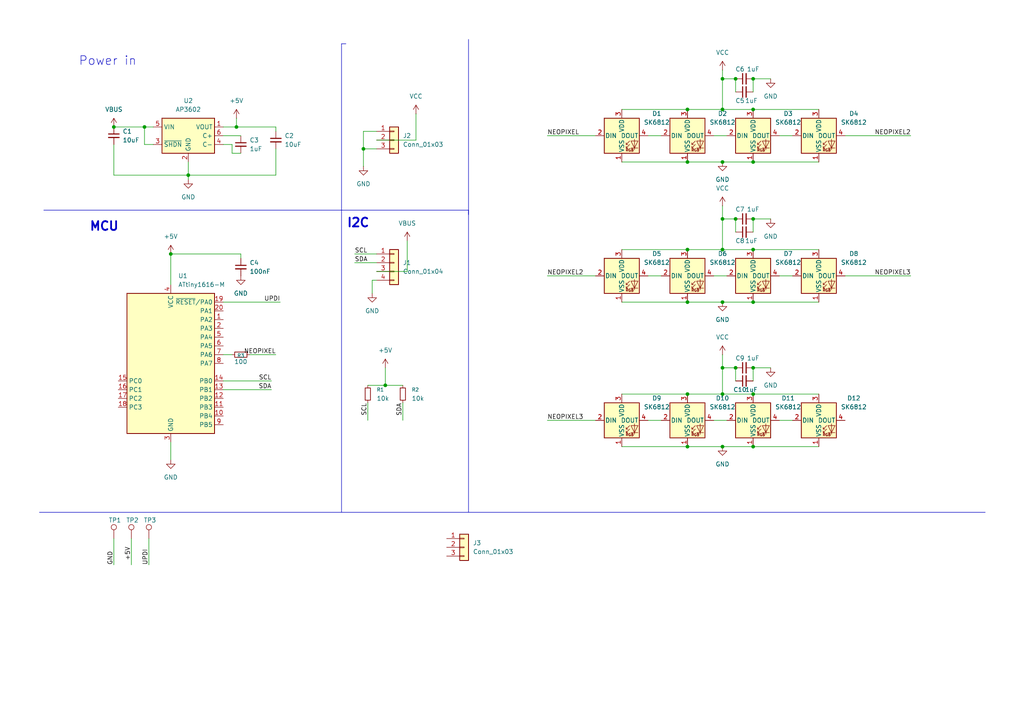
<source format=kicad_sch>
(kicad_sch (version 20250114) (generator "eeschema") (generator_version "9.0")
  (paper "A4")
  (lib_symbols
    (symbol "Connector:TestPoint" (pin_numbers (hide yes)) (pin_names (offset 0.762) (hide yes))
      (property "Reference" "TP" (at 0 6.858 0))
      (property "Value" "TestPoint" (at 0 5.08 0))
      (symbol "TestPoint_0_1"
        (circle (center 0 3.302) (radius 0.762))
      )
      (symbol "TestPoint_1_1"
        (pin passive line (at 0 0 90) (length 2.54) (name "1") (number "1"))
      )
    )
    (symbol "Connector_Generic:Conn_01x03" (pin_names (offset 1.016) (hide yes))
      (property "Reference" "J" (at 0 5.08 0))
      (property "Value" "Conn_01x03" (at 0 -5.08 0))
      (symbol "Conn_01x03_1_1"
        (rectangle (start -1.27 3.81) (end 1.27 -3.81) (stroke (width 0.254)) (fill (type background)))
        (rectangle (start -1.27 2.667) (end 0 2.413) (stroke (width 0.1524)))
        (rectangle (start -1.27 0.127) (end 0 -0.127) (stroke (width 0.1524)))
        (rectangle (start -1.27 -2.413) (end 0 -2.667) (stroke (width 0.1524)))
        (pin passive line (at -5.08 2.54 0) (length 3.81) (name "Pin_1") (number "1"))
        (pin passive line (at -5.08 0 0) (length 3.81) (name "Pin_2") (number "2"))
        (pin passive line (at -5.08 -2.54 0) (length 3.81) (name "Pin_3") (number "3"))
      )
    )
    (symbol "Connector_Generic:Conn_01x04" (pin_names (offset 1.016) (hide yes))
      (property "Reference" "J" (at 0 5.08 0))
      (property "Value" "Conn_01x04" (at 0 -7.62 0))
      (symbol "Conn_01x04_1_1"
        (rectangle (start -1.27 3.81) (end 1.27 -6.35) (stroke (width 0.254)) (fill (type background)))
        (rectangle (start -1.27 2.667) (end 0 2.413) (stroke (width 0.1524)))
        (rectangle (start -1.27 0.127) (end 0 -0.127) (stroke (width 0.1524)))
        (rectangle (start -1.27 -2.413) (end 0 -2.667) (stroke (width 0.1524)))
        (rectangle (start -1.27 -4.953) (end 0 -5.207) (stroke (width 0.1524)))
        (pin passive line (at -5.08 2.54 0) (length 3.81) (name "Pin_1") (number "1"))
        (pin passive line (at -5.08 0 0) (length 3.81) (name "Pin_2") (number "2"))
        (pin passive line (at -5.08 -2.54 0) (length 3.81) (name "Pin_3") (number "3"))
        (pin passive line (at -5.08 -5.08 0) (length 3.81) (name "Pin_4") (number "4"))
      )
    )
    (symbol "Device:C_Small" (pin_numbers (hide yes)) (pin_names (offset 0.254) (hide yes))
      (property "Reference" "C" (at 0.254 1.778 0))
      (property "Value" "C_Small" (at 0.254 -2.032 0))
      (symbol "C_Small_0_1"
        (polyline (pts (xy -1.524 0.508) (xy 1.524 0.508)) (stroke (width 0.3048)))
        (polyline (pts (xy -1.524 -0.508) (xy 1.524 -0.508)) (stroke (width 0.3302)))
      )
      (symbol "C_Small_1_1"
        (pin passive line (at 0 2.54 270) (length 2.032) (name "~") (number "1"))
        (pin passive line (at 0 -2.54 90) (length 2.032) (name "~") (number "2"))
      )
    )
    (symbol "Device:R_Small" (pin_numbers (hide yes)) (pin_names (offset 0.254) (hide yes))
      (property "Reference" "R" (at 0 0 90))
      (property "Value" "R_Small" (at 1.778 0 90))
      (symbol "R_Small_0_1"
        (rectangle (start -0.762 1.778) (end 0.762 -1.778) (stroke (width 0.2032)))
      )
      (symbol "R_Small_1_1"
        (pin passive line (at 0 2.54 270) (length 0.762) (name "~") (number "1"))
        (pin passive line (at 0 -2.54 90) (length 0.762) (name "~") (number "2"))
      )
    )
    (symbol "LED:SK6812" (pin_names (offset 0.254))
      (property "Reference" "D" (at 5.08 5.715 0))
      (property "Value" "SK6812" (at 1.27 -5.715 0))
      (symbol "SK6812_0_0"
        (text "RGB" (at 2.286 -4.191 0) (effects (font (size 0.762 0.762))))
      )
      (symbol "SK6812_0_1"
        (polyline (pts (xy 1.27 -2.54) (xy 1.778 -2.54)))
        (polyline (pts (xy 1.27 -3.556) (xy 1.778 -3.556)))
        (polyline (pts (xy 2.286 -1.524) (xy 1.27 -2.54) (xy 1.27 -2.032)))
        (polyline (pts (xy 2.286 -2.54) (xy 1.27 -3.556) (xy 1.27 -3.048)))
        (polyline (pts (xy 3.683 -1.016) (xy 3.683 -3.556) (xy 3.683 -4.064)))
        (polyline (pts (xy 4.699 -1.524) (xy 2.667 -1.524) (xy 3.683 -3.556) (xy 4.699 -1.524)))
        (polyline (pts (xy 4.699 -3.556) (xy 2.667 -3.556)))
        (rectangle (start 5.08 5.08) (end -5.08 -5.08) (stroke (width 0.254)) (fill (type background)))
      )
      (symbol "SK6812_1_1"
        (pin input line (at -7.62 0 0) (length 2.54) (name "DIN") (number "2"))
        (pin power_in line (at 0 7.62 270) (length 2.54) (name "VDD") (number "3"))
        (pin power_in line (at 0 -7.62 90) (length 2.54) (name "VSS") (number "1"))
        (pin output line (at 7.62 0 180) (length 2.54) (name "DOUT") (number "4"))
      )
    )
    (symbol "MCU_Microchip_ATtiny:ATtiny1616-M"
      (property "Reference" "U" (at -12.7 21.59 0))
      (property "Value" "ATtiny1616-M" (at 2.54 -21.59 0))
      (symbol "ATtiny1616-M_0_1"
        (rectangle (start -12.7 -20.32) (end 12.7 20.32) (stroke (width 0.254)) (fill (type background)))
      )
      (symbol "ATtiny1616-M_1_1"
        (pin bidirectional line (at -15.24 -5.08 0) (length 2.54) (name "PC0") (number "15"))
        (pin bidirectional line (at -15.24 -7.62 0) (length 2.54) (name "PC1") (number "16"))
        (pin bidirectional line (at -15.24 -10.16 0) (length 2.54) (name "PC2") (number "17"))
        (pin bidirectional line (at -15.24 -12.7 0) (length 2.54) (name "PC3") (number "18"))
        (pin power_in line (at 0 22.86 270) (length 2.54) (name "VCC") (number "4"))
        (pin passive line (at 0 -22.86 90) (length 2.54) (hide yes) (name "GND") (number "21"))
        (pin power_in line (at 0 -22.86 90) (length 2.54) (name "GND") (number "3"))
        (pin bidirectional line (at 15.24 17.78 180) (length 2.54) (name "~{RESET}/PA0") (number "19"))
        (pin bidirectional line (at 15.24 15.24 180) (length 2.54) (name "PA1") (number "20"))
        (pin bidirectional line (at 15.24 12.7 180) (length 2.54) (name "PA2") (number "1"))
        (pin bidirectional line (at 15.24 10.16 180) (length 2.54) (name "PA3") (number "2"))
        (pin bidirectional line (at 15.24 7.62 180) (length 2.54) (name "PA4") (number "5"))
        (pin bidirectional line (at 15.24 5.08 180) (length 2.54) (name "PA5") (number "6"))
        (pin bidirectional line (at 15.24 2.54 180) (length 2.54) (name "PA6") (number "7"))
        (pin bidirectional line (at 15.24 0 180) (length 2.54) (name "PA7") (number "8"))
        (pin bidirectional line (at 15.24 -5.08 180) (length 2.54) (name "PB0") (number "14"))
        (pin bidirectional line (at 15.24 -7.62 180) (length 2.54) (name "PB1") (number "13"))
        (pin bidirectional line (at 15.24 -10.16 180) (length 2.54) (name "PB2") (number "12"))
        (pin bidirectional line (at 15.24 -12.7 180) (length 2.54) (name "PB3") (number "11"))
        (pin bidirectional line (at 15.24 -15.24 180) (length 2.54) (name "PB4") (number "10"))
        (pin bidirectional line (at 15.24 -17.78 180) (length 2.54) (name "PB5") (number "9"))
      )
    )
    (symbol "Shurik personal:AP3602"
      (property "Reference" "U" (at -7.62 6.35 0))
      (property "Value" "AP3602" (at 5.08 6.35 0))
      (symbol "AP3602_0_1"
        (rectangle (start -7.62 5.08) (end 7.62 -5.08) (stroke (width 0.254)) (fill (type background)))
      )
      (symbol "AP3602_1_1"
        (pin power_in line (at -10.16 2.54 0) (length 2.54) (name "VIN") (number "5"))
        (pin input line (at -10.16 -2.54 0) (length 2.54) (name "~{SHDN}") (number "3"))
        (pin power_in line (at 0 -7.62 90) (length 2.54) (name "GND") (number "2"))
        (pin power_out line (at 10.16 2.54 180) (length 2.54) (name "VOUT") (number "1"))
        (pin input line (at 10.16 0 180) (length 2.54) (name "C+") (number "6"))
        (pin input line (at 10.16 -2.54 180) (length 2.54) (name "C-") (number "4"))
      )
    )
    (symbol "power:+5V" (power) (pin_numbers (hide yes)) (pin_names (offset 0) (hide yes))
      (property "Value" "+5V" (at 0 3.556 0))
      (symbol "+5V_0_1"
        (polyline (pts (xy -0.762 1.27) (xy 0 2.54)))
        (polyline (pts (xy 0 2.54) (xy 0.762 1.27)))
        (polyline (pts (xy 0 0) (xy 0 2.54)))
      )
      (symbol "+5V_1_1"
        (pin power_in line (at 0 0 90) (length 0) (name "~") (number "1"))
      )
    )
    (symbol "power:GND" (power) (pin_numbers (hide yes)) (pin_names (offset 0) (hide yes))
      (property "Value" "GND" (at 0 -3.81 0))
      (symbol "GND_0_1"
        (polyline (pts (xy 0 0) (xy 0 -1.27) (xy 1.27 -1.27) (xy 0 -2.54) (xy -1.27 -1.27) (xy 0 -1.27)))
      )
      (symbol "GND_1_1"
        (pin power_in line (at 0 0 270) (length 0) (name "~") (number "1"))
      )
    )
    (symbol "power:VBUS" (power) (pin_numbers (hide yes)) (pin_names (offset 0) (hide yes))
      (property "Value" "VBUS" (at 0 3.556 0))
      (symbol "VBUS_0_1"
        (polyline (pts (xy -0.762 1.27) (xy 0 2.54)))
        (polyline (pts (xy 0 2.54) (xy 0.762 1.27)))
        (polyline (pts (xy 0 0) (xy 0 2.54)))
      )
      (symbol "VBUS_1_1"
        (pin power_in line (at 0 0 90) (length 0) (name "~") (number "1"))
      )
    )
    (symbol "power:VCC" (power) (pin_numbers (hide yes)) (pin_names (offset 0) (hide yes))
      (property "Value" "VCC" (at 0 3.556 0))
      (symbol "VCC_0_1"
        (polyline (pts (xy -0.762 1.27) (xy 0 2.54)))
        (polyline (pts (xy 0 2.54) (xy 0.762 1.27)))
        (polyline (pts (xy 0 0) (xy 0 2.54)))
      )
      (symbol "VCC_1_1"
        (pin power_in line (at 0 0 90) (length 0) (name "~") (number "1"))
      )
    )
  )
  (text "I2C" (at 103.886 64.77 0) (effects (font (size 2.54 2.54) (thickness 0.508) (bold yes))))
  (text "MCU" (at 30.226 65.786 0) (effects (font (size 2.54 2.54) (thickness 0.508) (bold yes))))
  (text "Power in" (at 31.242 17.78 0) (effects (font (size 2.54 2.54))))
  (junction (at 199.39 87.63))
  (junction (at 209.55 46.99))
  (junction (at 218.44 46.99))
  (junction (at 68.58 36.83))
  (junction (at 111.76 111.76))
  (junction (at 218.44 22.86))
  (junction (at 218.44 129.54))
  (junction (at 209.55 31.75))
  (junction (at 199.39 31.75))
  (junction (at 218.44 72.39))
  (junction (at 209.55 129.54))
  (junction (at 213.36 106.68))
  (junction (at 209.55 72.39))
  (junction (at 218.44 31.75))
  (junction (at 218.44 63.5))
  (junction (at 199.39 72.39))
  (junction (at 209.55 87.63))
  (junction (at 213.36 63.5))
  (junction (at 209.55 63.5))
  (junction (at 218.44 106.68))
  (junction (at 41.91 36.83))
  (junction (at 213.36 22.86))
  (junction (at 33.02 36.83))
  (junction (at 218.44 87.63))
  (junction (at 209.55 22.86))
  (junction (at 218.44 114.3))
  (junction (at 209.55 106.68))
  (junction (at 199.39 114.3))
  (junction (at 54.61 50.8))
  (junction (at 105.41 43.18))
  (junction (at 209.55 114.3))
  (junction (at 199.39 46.99))
  (junction (at 199.39 129.54))
  (junction (at 49.53 73.66))
  (polyline (pts (xy 11.43 148.59) (xy 99.06 148.59)))
  (wire (pts (xy 109.22 78.74) (xy 118.11 78.74)))
  (wire (pts (xy 105.41 38.1) (xy 105.41 43.18)))
  (wire (pts (xy 38.1 156.21) (xy 38.1 163.83)))
  (wire (pts (xy 64.77 110.49) (xy 78.74 110.49)))
  (wire (pts (xy 209.55 31.75) (xy 218.44 31.75)))
  (wire (pts (xy 180.34 46.99) (xy 199.39 46.99)))
  (wire (pts (xy 67.31 44.45) (xy 69.85 44.45)))
  (wire (pts (xy 218.44 106.68) (xy 223.52 106.68)))
  (wire (pts (xy 207.01 39.37) (xy 210.82 39.37)))
  (wire (pts (xy 218.44 31.75) (xy 237.49 31.75)))
  (wire (pts (xy 180.34 114.3) (xy 199.39 114.3)))
  (wire (pts (xy 207.01 121.92) (xy 210.82 121.92)))
  (wire (pts (xy 44.45 41.91) (xy 41.91 41.91)))
  (wire (pts (xy 187.96 80.01) (xy 191.77 80.01)))
  (wire (pts (xy 64.77 36.83) (xy 68.58 36.83)))
  (wire (pts (xy 68.58 34.29) (xy 68.58 36.83)))
  (wire (pts (xy 209.55 87.63) (xy 218.44 87.63)))
  (wire (pts (xy 33.02 41.91) (xy 33.02 50.8)))
  (wire (pts (xy 218.44 87.63) (xy 237.49 87.63)))
  (polyline (pts (xy 135.89 148.59) (xy 99.06 148.59)))
  (wire (pts (xy 218.44 114.3) (xy 237.49 114.3)))
  (wire (pts (xy 49.53 128.27) (xy 49.53 133.35)))
  (wire (pts (xy 43.18 156.21) (xy 43.18 163.83)))
  (wire (pts (xy 111.76 106.68) (xy 111.76 111.76)))
  (wire (pts (xy 116.84 116.84) (xy 116.84 121.92)))
  (wire (pts (xy 209.55 102.87) (xy 209.55 106.68)))
  (wire (pts (xy 180.34 129.54) (xy 199.39 129.54)))
  (wire (pts (xy 41.91 36.83) (xy 44.45 36.83)))
  (wire (pts (xy 218.44 22.86) (xy 218.44 26.67)))
  (wire (pts (xy 218.44 22.86) (xy 223.52 22.86)))
  (wire (pts (xy 102.87 76.2) (xy 109.22 76.2)))
  (wire (pts (xy 54.61 46.99) (xy 54.61 50.8)))
  (wire (pts (xy 209.55 20.32) (xy 209.55 22.86)))
  (wire (pts (xy 105.41 43.18) (xy 105.41 48.26)))
  (wire (pts (xy 209.55 22.86) (xy 209.55 31.75)))
  (wire (pts (xy 107.95 81.28) (xy 107.95 85.09)))
  (wire (pts (xy 109.22 81.28) (xy 107.95 81.28)))
  (wire (pts (xy 209.55 129.54) (xy 218.44 129.54)))
  (wire (pts (xy 64.77 113.03) (xy 78.74 113.03)))
  (wire (pts (xy 199.39 129.54) (xy 209.55 129.54)))
  (wire (pts (xy 199.39 114.3) (xy 209.55 114.3)))
  (wire (pts (xy 207.01 80.01) (xy 210.82 80.01)))
  (wire (pts (xy 187.96 121.92) (xy 191.77 121.92)))
  (wire (pts (xy 105.41 43.18) (xy 109.22 43.18)))
  (wire (pts (xy 213.36 106.68) (xy 213.36 110.49)))
  (wire (pts (xy 226.06 39.37) (xy 229.87 39.37)))
  (wire (pts (xy 158.75 121.92) (xy 172.72 121.92)))
  (wire (pts (xy 218.44 72.39) (xy 237.49 72.39)))
  (polyline (pts (xy 135.89 148.59) (xy 285.75 148.59)))
  (wire (pts (xy 68.58 36.83) (xy 80.01 36.83)))
  (wire (pts (xy 209.55 46.99) (xy 218.44 46.99)))
  (wire (pts (xy 72.39 102.87) (xy 80.01 102.87)))
  (wire (pts (xy 106.68 116.84) (xy 106.68 121.92)))
  (wire (pts (xy 213.36 22.86) (xy 213.36 26.67)))
  (wire (pts (xy 209.55 63.5) (xy 209.55 72.39)))
  (wire (pts (xy 111.76 111.76) (xy 116.84 111.76)))
  (wire (pts (xy 33.02 156.21) (xy 33.02 163.83)))
  (wire (pts (xy 109.22 40.64) (xy 120.65 40.64)))
  (wire (pts (xy 226.06 121.92) (xy 229.87 121.92)))
  (wire (pts (xy 49.53 73.66) (xy 49.53 82.55)))
  (wire (pts (xy 218.44 63.5) (xy 223.52 63.5)))
  (wire (pts (xy 218.44 129.54) (xy 237.49 129.54)))
  (wire (pts (xy 67.31 41.91) (xy 67.31 44.45)))
  (wire (pts (xy 187.96 39.37) (xy 191.77 39.37)))
  (wire (pts (xy 209.55 59.69) (xy 209.55 63.5)))
  (wire (pts (xy 64.77 41.91) (xy 67.31 41.91)))
  (wire (pts (xy 209.55 106.68) (xy 213.36 106.68)))
  (wire (pts (xy 80.01 50.8) (xy 54.61 50.8)))
  (wire (pts (xy 54.61 50.8) (xy 54.61 52.07)))
  (wire (pts (xy 49.53 73.66) (xy 69.85 73.66)))
  (wire (pts (xy 218.44 46.99) (xy 237.49 46.99)))
  (wire (pts (xy 209.55 22.86) (xy 213.36 22.86)))
  (wire (pts (xy 209.55 72.39) (xy 218.44 72.39)))
  (wire (pts (xy 69.85 73.66) (xy 69.85 74.93)))
  (wire (pts (xy 180.34 87.63) (xy 199.39 87.63)))
  (wire (pts (xy 106.68 111.76) (xy 111.76 111.76)))
  (wire (pts (xy 118.11 69.85) (xy 118.11 78.74)))
  (wire (pts (xy 180.34 72.39) (xy 199.39 72.39)))
  (wire (pts (xy 218.44 63.5) (xy 218.44 67.31)))
  (wire (pts (xy 64.77 87.63) (xy 81.28 87.63)))
  (wire (pts (xy 120.65 33.02) (xy 120.65 40.64)))
  (polyline (pts (xy 99.06 60.96) (xy 135.89 60.96)))
  (polyline (pts (xy 135.89 11.43) (xy 135.89 148.59)))
  (polyline (pts (xy 12.7 60.96) (xy 99.06 60.96)))
  (wire (pts (xy 80.01 43.18) (xy 80.01 50.8)))
  (wire (pts (xy 245.11 39.37) (xy 264.16 39.37)))
  (wire (pts (xy 199.39 72.39) (xy 209.55 72.39)))
  (wire (pts (xy 33.02 36.83) (xy 41.91 36.83)))
  (wire (pts (xy 213.36 63.5) (xy 213.36 67.31)))
  (wire (pts (xy 218.44 106.68) (xy 218.44 110.49)))
  (polyline (pts (xy 99.06 12.7) (xy 100.33 12.7)))
  (wire (pts (xy 33.02 50.8) (xy 54.61 50.8)))
  (wire (pts (xy 209.55 114.3) (xy 218.44 114.3)))
  (polyline (pts (xy 99.06 60.96) (xy 99.06 12.7)))
  (wire (pts (xy 158.75 39.37) (xy 172.72 39.37)))
  (wire (pts (xy 64.77 39.37) (xy 69.85 39.37)))
  (wire (pts (xy 245.11 80.01) (xy 264.16 80.01)))
  (wire (pts (xy 102.87 73.66) (xy 109.22 73.66)))
  (wire (pts (xy 209.55 63.5) (xy 213.36 63.5)))
  (wire (pts (xy 41.91 41.91) (xy 41.91 36.83)))
  (wire (pts (xy 180.34 31.75) (xy 199.39 31.75)))
  (wire (pts (xy 199.39 46.99) (xy 209.55 46.99)))
  (wire (pts (xy 199.39 87.63) (xy 209.55 87.63)))
  (wire (pts (xy 226.06 80.01) (xy 229.87 80.01)))
  (polyline (pts (xy 99.06 60.96) (xy 99.06 148.59)))
  (wire (pts (xy 105.41 38.1) (xy 109.22 38.1)))
  (wire (pts (xy 209.55 106.68) (xy 209.55 114.3)))
  (wire (pts (xy 64.77 102.87) (xy 67.31 102.87)))
  (wire (pts (xy 158.75 80.01) (xy 172.72 80.01)))
  (wire (pts (xy 80.01 36.83) (xy 80.01 38.1)))
  (polyline (pts (xy 135.89 60.96) (xy 135.89 62.23)))
  (wire (pts (xy 199.39 31.75) (xy 209.55 31.75)))
  (label "SDA" (at 102.87 76.2 0))
  (label "NEOPIXEL3" (at 158.75 121.92 0))
  (label "SCL" (at 78.74 110.49 180))
  (label "GND" (at 33.02 163.83 90))
  (label "SCL" (at 102.87 73.66 0))
  (label "SDA" (at 116.84 116.84 270))
  (label "NEOPIXEL2" (at 158.75 80.01 0))
  (label "NEOPIXEL3" (at 264.16 80.01 180))
  (label "UPDI" (at 43.18 163.83 90))
  (label "NEOPIXEL" (at 80.01 102.87 180))
  (label "+5V" (at 38.1 162.56 90))
  (label "SDA" (at 78.74 113.03 180))
  (label "NEOPIXEL" (at 158.75 39.37 0))
  (label "UPDI" (at 81.28 87.63 180))
  (label "NEOPIXEL2" (at 264.16 39.37 180))
  (label "SCL" (at 106.68 116.84 270))
  (symbol (lib_id "Connector_Generic:Conn_01x03") (at 134.62 158.75 0) (unit 1)
    (property "Reference" "J3" (at 137.16 157.4799 0) (effects (justify left)))
    (property "Value" "Conn_01x03" (at 137.16 160.0199 0) (effects (justify left)))
    (property "Description" "Generic connector, single row, 01x03, script generated (kicad-library-utils/schlib/autogen/connector/)" (effects (hide yes)))
  )
  (symbol (lib_id "Device:R_Small") (at 116.84 114.3 0) (unit 1)
    (property "Reference" "R2" (at 119.38 113.0299 0) (effects (font (size 1.016 1.016)) (justify left)))
    (property "Value" "10k" (at 119.38 115.5699 0) (effects (justify left)))
    (property "Footprint" "Resistor_SMD:R_0603_1608Metric" (effects (hide yes)))
    (property "Description" "Resistor, small symbol" (effects (hide yes)))
  )
  (symbol (lib_id "Connector:TestPoint") (at 38.1 156.21 0) (unit 1)
    (property "Reference" "TP2" (at 36.576 150.876 0) (effects (justify left)))
    (property "Value" "TestPoint" (effects (hide yes)))
    (property "Footprint" "TestPoint:TestPoint_THTPad_D1.5mm_Drill0.7mm" (effects (hide yes)))
    (property "Description" "test point" (effects (hide yes)))
  )
  (symbol (lib_id "power:GND") (at 54.61 52.07 0) (unit 1)
    (property "Reference" "#PWR010" (effects (hide yes)))
    (property "Value" "GND" (at 54.61 57.15 0))
    (property "Description" "Power symbol creates a global label with name \"GND\" , ground" (effects (hide yes)))
  )
  (symbol (lib_id "LED:SK6812") (at 237.49 80.01 0) (unit 1)
    (property "Reference" "D8" (at 247.65 73.5898 0))
    (property "Value" "SK6812" (at 247.65 76.1298 0))
    (property "Footprint" "LED_SMD:LED_SK6812_PLCC4_5.0x5.0mm_P3.2mm" (effects (hide yes)))
    (property "Datasheet" "https://cdn-shop.adafruit.com/product-files/1138/SK6812+LED+datasheet+.pdf" (effects (hide yes)))
    (property "Description" "RGB LED with integrated controller" (effects (hide yes)))
  )
  (symbol (lib_id "Device:C_Small") (at 215.9 67.31 90) (unit 1)
    (property "Reference" "C8" (at 214.63 69.85 90))
    (property "Value" "1uF" (at 217.932 69.85 90))
    (property "Footprint" "Capacitor_SMD:C_0603_1608Metric" (effects (hide yes)))
    (property "Description" "Unpolarized capacitor, small symbol" (effects (hide yes)))
  )
  (symbol (lib_id "Device:C_Small") (at 215.9 26.67 90) (unit 1)
    (property "Reference" "C5" (at 214.63 29.21 90))
    (property "Value" "1uF" (at 217.932 29.21 90))
    (property "Footprint" "Capacitor_SMD:C_0603_1608Metric" (effects (hide yes)))
    (property "Description" "Unpolarized capacitor, small symbol" (effects (hide yes)))
  )
  (symbol (lib_id "Connector:TestPoint") (at 43.18 156.21 0) (unit 1)
    (property "Reference" "TP3" (at 41.656 150.876 0) (effects (justify left)))
    (property "Value" "TestPoint" (effects (hide yes)))
    (property "Footprint" "TestPoint:TestPoint_THTPad_D1.5mm_Drill0.7mm" (effects (hide yes)))
    (property "Description" "test point" (effects (hide yes)))
  )
  (symbol (lib_id "MCU_Microchip_ATtiny:ATtiny1616-M") (at 49.53 105.41 0) (unit 1)
    (property "Reference" "U1" (at 51.6733 80.01 0) (effects (justify left)))
    (property "Value" "ATtiny1616-M" (at 51.6733 82.55 0) (effects (justify left)))
    (property "Footprint" "Package_DFN_QFN:VQFN-20-1EP_3x3mm_P0.4mm_EP1.7x1.7mm" (effects (hide yes)))
    (property "Datasheet" "http://ww1.microchip.com/downloads/en/DeviceDoc/ATtiny3216_ATtiny1616-data-sheet-40001997B.pdf" (effects (hide yes)))
    (property "Description" "20MHz, 16kB Flash, 2kB SRAM, 256B EEPROM, VQFN-20" (effects (hide yes)))
  )
  (symbol (lib_id "LED:SK6812") (at 218.44 39.37 0) (unit 1)
    (property "Reference" "D3" (at 228.6 32.9498 0))
    (property "Value" "SK6812" (at 228.6 35.4898 0))
    (property "Footprint" "LED_SMD:LED_SK6812_PLCC4_5.0x5.0mm_P3.2mm" (effects (hide yes)))
    (property "Datasheet" "https://cdn-shop.adafruit.com/product-files/1138/SK6812+LED+datasheet+.pdf" (effects (hide yes)))
    (property "Description" "RGB LED with integrated controller" (effects (hide yes)))
  )
  (symbol (lib_id "power:VCC") (at 209.55 59.69 0) (unit 1)
    (property "Reference" "#PWR014" (effects (hide yes)))
    (property "Value" "VCC" (at 209.55 54.61 0))
    (property "Description" "Power symbol creates a global label with name \"VCC\"" (effects (hide yes)))
  )
  (symbol (lib_id "LED:SK6812") (at 218.44 80.01 0) (unit 1)
    (property "Reference" "D7" (at 228.6 73.5898 0))
    (property "Value" "SK6812" (at 228.6 76.1298 0))
    (property "Footprint" "LED_SMD:LED_SK6812_PLCC4_5.0x5.0mm_P3.2mm" (effects (hide yes)))
    (property "Datasheet" "https://cdn-shop.adafruit.com/product-files/1138/SK6812+LED+datasheet+.pdf" (effects (hide yes)))
    (property "Description" "RGB LED with integrated controller" (effects (hide yes)))
  )
  (symbol (lib_id "Connector:TestPoint") (at 33.02 156.21 0) (unit 1)
    (property "Reference" "TP1" (at 31.496 150.876 0) (effects (justify left)))
    (property "Value" "TestPoint" (effects (hide yes)))
    (property "Footprint" "TestPoint:TestPoint_THTPad_D1.5mm_Drill0.7mm" (effects (hide yes)))
    (property "Description" "test point" (effects (hide yes)))
  )
  (symbol (lib_id "power:GND") (at 49.53 133.35 0) (unit 1)
    (property "Reference" "#PWR02" (effects (hide yes)))
    (property "Value" "GND" (at 49.53 138.43 0))
    (property "Description" "Power symbol creates a global label with name \"GND\" , ground" (effects (hide yes)))
  )
  (symbol (lib_id "Device:R_Small") (at 69.85 102.87 90) (unit 1)
    (property "Reference" "R3" (at 69.85 103.124 90) (effects (font (size 1.016 1.016))))
    (property "Value" "100" (at 69.85 104.902 90))
    (property "Footprint" "Resistor_SMD:R_0603_1608Metric" (effects (hide yes)))
    (property "Description" "Resistor, small symbol" (effects (hide yes)))
  )
  (symbol (lib_id "power:GND") (at 223.52 22.86 0) (unit 1)
    (property "Reference" "#PWR018" (effects (hide yes)))
    (property "Value" "GND" (at 223.52 27.94 0))
    (property "Description" "Power symbol creates a global label with name \"GND\" , ground" (effects (hide yes)))
  )
  (symbol (lib_id "power:GND") (at 209.55 87.63 0) (unit 1)
    (property "Reference" "#PWR015" (effects (hide yes)))
    (property "Value" "GND" (at 209.55 92.71 0))
    (property "Description" "Power symbol creates a global label with name \"GND\" , ground" (effects (hide yes)))
  )
  (symbol (lib_id "LED:SK6812") (at 180.34 39.37 0) (unit 1)
    (property "Reference" "D1" (at 190.5 32.9498 0))
    (property "Value" "SK6812" (at 190.5 35.4898 0))
    (property "Footprint" "LED_SMD:LED_SK6812_PLCC4_5.0x5.0mm_P3.2mm" (effects (hide yes)))
    (property "Datasheet" "https://cdn-shop.adafruit.com/product-files/1138/SK6812+LED+datasheet+.pdf" (effects (hide yes)))
    (property "Description" "RGB LED with integrated controller" (effects (hide yes)))
  )
  (symbol (lib_id "power:VCC") (at 209.55 102.87 0) (unit 1)
    (property "Reference" "#PWR016" (effects (hide yes)))
    (property "Value" "VCC" (at 209.55 97.79 0))
    (property "Description" "Power symbol creates a global label with name \"VCC\"" (effects (hide yes)))
  )
  (symbol (lib_id "power:GND") (at 107.95 85.09 0) (unit 1)
    (property "Reference" "#PWR07" (effects (hide yes)))
    (property "Value" "GND" (at 107.95 90.17 0))
    (property "Description" "Power symbol creates a global label with name \"GND\" , ground" (effects (hide yes)))
  )
  (symbol (lib_id "LED:SK6812") (at 180.34 80.01 0) (unit 1)
    (property "Reference" "D5" (at 190.5 73.5898 0))
    (property "Value" "SK6812" (at 190.5 76.1298 0))
    (property "Footprint" "LED_SMD:LED_SK6812_PLCC4_5.0x5.0mm_P3.2mm" (effects (hide yes)))
    (property "Datasheet" "https://cdn-shop.adafruit.com/product-files/1138/SK6812+LED+datasheet+.pdf" (effects (hide yes)))
    (property "Description" "RGB LED with integrated controller" (effects (hide yes)))
  )
  (symbol (lib_id "power:VBUS") (at 118.11 69.85 0) (unit 1)
    (property "Reference" "#PWR03" (effects (hide yes)))
    (property "Value" "VBUS" (at 118.11 64.77 0))
    (property "Description" "Power symbol creates a global label with name \"VBUS\"" (effects (hide yes)))
  )
  (symbol (lib_id "LED:SK6812") (at 199.39 121.92 0) (unit 1)
    (property "Reference" "D10" (at 209.55 115.4998 0))
    (property "Value" "SK6812" (at 209.55 118.0398 0))
    (property "Footprint" "LED_SMD:LED_SK6812_PLCC4_5.0x5.0mm_P3.2mm" (effects (hide yes)))
    (property "Datasheet" "https://cdn-shop.adafruit.com/product-files/1138/SK6812+LED+datasheet+.pdf" (effects (hide yes)))
    (property "Description" "RGB LED with integrated controller" (effects (hide yes)))
  )
  (symbol (lib_id "Connector_Generic:Conn_01x04") (at 114.3 76.2 0) (unit 1)
    (property "Reference" "J1" (at 116.84 76.1999 0) (effects (justify left)))
    (property "Value" "Conn_01x04" (at 116.84 78.7399 0) (effects (justify left)))
    (property "Footprint" "Connector_JST:JST_PH_S4B-PH-SM4-TB_1x04-1MP_P2.00mm_Horizontal" (effects (hide yes)))
    (property "Description" "Generic connector, single row, 01x04, script generated (kicad-library-utils/schlib/autogen/connector/)" (effects (hide yes)))
  )
  (symbol (lib_id "power:VCC") (at 120.65 33.02 0) (unit 1)
    (property "Reference" "#PWR011" (effects (hide yes)))
    (property "Value" "VCC" (at 120.65 27.94 0))
    (property "Description" "Power symbol creates a global label with name \"VCC\"" (effects (hide yes)))
  )
  (symbol (lib_id "power:+5V") (at 49.53 73.66 0) (unit 1)
    (property "Reference" "#PWR01" (effects (hide yes)))
    (property "Value" "+5V" (at 49.53 68.58 0))
    (property "Description" "Power symbol creates a global label with name \"+5V\"" (effects (hide yes)))
  )
  (symbol (lib_id "Device:C_Small") (at 215.9 63.5 90) (unit 1)
    (property "Reference" "C7" (at 214.63 60.706 90))
    (property "Value" "1uF" (at 218.44 60.706 90))
    (property "Footprint" "Capacitor_SMD:C_0603_1608Metric" (effects (hide yes)))
    (property "Description" "Unpolarized capacitor, small symbol" (effects (hide yes)))
  )
  (symbol (lib_id "power:GND") (at 105.41 48.26 0) (unit 1)
    (property "Reference" "#PWR04" (effects (hide yes)))
    (property "Value" "GND" (at 105.41 53.34 0))
    (property "Description" "Power symbol creates a global label with name \"GND\" , ground" (effects (hide yes)))
  )
  (symbol (lib_id "LED:SK6812") (at 199.39 39.37 0) (unit 1)
    (property "Reference" "D2" (at 209.55 32.9498 0))
    (property "Value" "SK6812" (at 209.55 35.4898 0))
    (property "Footprint" "LED_SMD:LED_SK6812_PLCC4_5.0x5.0mm_P3.2mm" (effects (hide yes)))
    (property "Datasheet" "https://cdn-shop.adafruit.com/product-files/1138/SK6812+LED+datasheet+.pdf" (effects (hide yes)))
    (property "Description" "RGB LED with integrated controller" (effects (hide yes)))
  )
  (symbol (lib_id "Device:C_Small") (at 69.85 77.47 0) (unit 1)
    (property "Reference" "C4" (at 72.39 76.2062 0) (effects (justify left)))
    (property "Value" "100nF" (at 72.39 78.7462 0) (effects (justify left)))
    (property "Footprint" "Capacitor_SMD:C_0603_1608Metric" (effects (hide yes)))
    (property "Description" "Unpolarized capacitor, small symbol" (effects (hide yes)))
  )
  (symbol (lib_id "power:GND") (at 209.55 129.54 0) (unit 1)
    (property "Reference" "#PWR017" (effects (hide yes)))
    (property "Value" "GND" (at 209.55 134.62 0))
    (property "Description" "Power symbol creates a global label with name \"GND\" , ground" (effects (hide yes)))
  )
  (symbol (lib_id "power:GND") (at 223.52 63.5 0) (unit 1)
    (property "Reference" "#PWR019" (effects (hide yes)))
    (property "Value" "GND" (at 223.52 68.58 0))
    (property "Description" "Power symbol creates a global label with name \"GND\" , ground" (effects (hide yes)))
  )
  (symbol (lib_id "Device:C_Small") (at 80.01 40.64 0) (unit 1)
    (property "Reference" "C2" (at 82.55 39.3762 0) (effects (justify left)))
    (property "Value" "10uF" (at 82.55 41.9162 0) (effects (justify left)))
    (property "Footprint" "Capacitor_SMD:C_0805_2012Metric" (effects (hide yes)))
    (property "Description" "Unpolarized capacitor, small symbol" (effects (hide yes)))
  )
  (symbol (lib_id "power:VCC") (at 209.55 20.32 0) (unit 1)
    (property "Reference" "#PWR013" (effects (hide yes)))
    (property "Value" "VCC" (at 209.55 15.24 0))
    (property "Description" "Power symbol creates a global label with name \"VCC\"" (effects (hide yes)))
  )
  (symbol (lib_id "LED:SK6812") (at 180.34 121.92 0) (unit 1)
    (property "Reference" "D9" (at 190.5 115.4998 0))
    (property "Value" "SK6812" (at 190.5 118.0398 0))
    (property "Footprint" "LED_SMD:LED_SK6812_PLCC4_5.0x5.0mm_P3.2mm" (effects (hide yes)))
    (property "Datasheet" "https://cdn-shop.adafruit.com/product-files/1138/SK6812+LED+datasheet+.pdf" (effects (hide yes)))
    (property "Description" "RGB LED with integrated controller" (effects (hide yes)))
  )
  (symbol (lib_id "Shurik personal:AP3602") (at 54.61 39.37 0) (unit 1)
    (property "Reference" "U2" (at 54.61 29.21 0))
    (property "Value" "AP3602" (at 54.61 31.75 0))
    (property "Footprint" "Package_TO_SOT_SMD:TSOT-23-6" (effects (hide yes)))
    (property "Datasheet" "https://www.diodes.com/assets/Datasheets/AP3602A.pdf" (effects (hide yes)))
    (property "Description" "100mA Regulated Charge Pump" (effects (hide yes)))
  )
  (symbol (lib_id "LED:SK6812") (at 237.49 121.92 0) (unit 1)
    (property "Reference" "D12" (at 247.65 115.4998 0))
    (property "Value" "SK6812" (at 247.65 118.0398 0))
    (property "Footprint" "LED_SMD:LED_SK6812_PLCC4_5.0x5.0mm_P3.2mm" (effects (hide yes)))
    (property "Datasheet" "https://cdn-shop.adafruit.com/product-files/1138/SK6812+LED+datasheet+.pdf" (effects (hide yes)))
    (property "Description" "RGB LED with integrated controller" (effects (hide yes)))
  )
  (symbol (lib_id "Device:C_Small") (at 33.02 39.37 0) (unit 1)
    (property "Reference" "C1" (at 35.56 38.1062 0) (effects (justify left)))
    (property "Value" "10uF" (at 35.56 40.6462 0) (effects (justify left)))
    (property "Footprint" "Capacitor_SMD:C_0805_2012Metric" (effects (hide yes)))
    (property "Description" "Unpolarized capacitor, small symbol" (effects (hide yes)))
  )
  (symbol (lib_id "power:+5V") (at 68.58 34.29 0) (unit 1)
    (property "Reference" "#PWR09" (effects (hide yes)))
    (property "Value" "+5V" (at 68.58 29.21 0))
    (property "Description" "Power symbol creates a global label with name \"+5V\"" (effects (hide yes)))
  )
  (symbol (lib_id "power:VBUS") (at 33.02 36.83 0) (unit 1)
    (property "Reference" "#PWR06" (effects (hide yes)))
    (property "Value" "VBUS" (at 33.02 31.75 0))
    (property "Description" "Power symbol creates a global label with name \"VBUS\"" (effects (hide yes)))
  )
  (symbol (lib_id "LED:SK6812") (at 218.44 121.92 0) (unit 1)
    (property "Reference" "D11" (at 228.6 115.4998 0))
    (property "Value" "SK6812" (at 228.6 118.0398 0))
    (property "Footprint" "LED_SMD:LED_SK6812_PLCC4_5.0x5.0mm_P3.2mm" (effects (hide yes)))
    (property "Datasheet" "https://cdn-shop.adafruit.com/product-files/1138/SK6812+LED+datasheet+.pdf" (effects (hide yes)))
    (property "Description" "RGB LED with integrated controller" (effects (hide yes)))
  )
  (symbol (lib_id "Device:R_Small") (at 106.68 114.3 0) (unit 1)
    (property "Reference" "R1" (at 109.22 113.0299 0) (effects (font (size 1.016 1.016)) (justify left)))
    (property "Value" "10k" (at 109.22 115.5699 0) (effects (justify left)))
    (property "Footprint" "Resistor_SMD:R_0603_1608Metric" (effects (hide yes)))
    (property "Description" "Resistor, small symbol" (effects (hide yes)))
  )
  (symbol (lib_id "power:GND") (at 69.85 80.01 0) (unit 1)
    (property "Reference" "#PWR08" (effects (hide yes)))
    (property "Value" "GND" (at 69.85 85.09 0))
    (property "Description" "Power symbol creates a global label with name \"GND\" , ground" (effects (hide yes)))
  )
  (symbol (lib_id "Device:C_Small") (at 69.85 41.91 0) (unit 1)
    (property "Reference" "C3" (at 72.39 40.6462 0) (effects (justify left)))
    (property "Value" "1uF" (at 72.39 43.1862 0) (effects (justify left)))
    (property "Footprint" "Capacitor_SMD:C_0603_1608Metric" (effects (hide yes)))
    (property "Description" "Unpolarized capacitor, small symbol" (effects (hide yes)))
  )
  (symbol (lib_id "LED:SK6812") (at 199.39 80.01 0) (unit 1)
    (property "Reference" "D6" (at 209.55 73.5898 0))
    (property "Value" "SK6812" (at 209.55 76.1298 0))
    (property "Footprint" "LED_SMD:LED_SK6812_PLCC4_5.0x5.0mm_P3.2mm" (effects (hide yes)))
    (property "Datasheet" "https://cdn-shop.adafruit.com/product-files/1138/SK6812+LED+datasheet+.pdf" (effects (hide yes)))
    (property "Description" "RGB LED with integrated controller" (effects (hide yes)))
  )
  (symbol (lib_id "LED:SK6812") (at 237.49 39.37 0) (unit 1)
    (property "Reference" "D4" (at 247.65 32.9498 0))
    (property "Value" "SK6812" (at 247.65 35.4898 0))
    (property "Footprint" "LED_SMD:LED_SK6812_PLCC4_5.0x5.0mm_P3.2mm" (effects (hide yes)))
    (property "Datasheet" "https://cdn-shop.adafruit.com/product-files/1138/SK6812+LED+datasheet+.pdf" (effects (hide yes)))
    (property "Description" "RGB LED with integrated controller" (effects (hide yes)))
  )
  (symbol (lib_id "Device:C_Small") (at 215.9 106.68 90) (unit 1)
    (property "Reference" "C9" (at 214.63 103.886 90))
    (property "Value" "1uF" (at 218.44 103.886 90))
    (property "Footprint" "Capacitor_SMD:C_0603_1608Metric" (effects (hide yes)))
    (property "Description" "Unpolarized capacitor, small symbol" (effects (hide yes)))
  )
  (symbol (lib_id "Connector_Generic:Conn_01x03") (at 114.3 40.64 0) (unit 1)
    (property "Reference" "J2" (at 116.84 39.3699 0) (effects (justify left)))
    (property "Value" "Conn_01x03" (at 116.84 41.9099 0) (effects (justify left)))
    (property "Footprint" "Connector_PinHeader_2.54mm:PinHeader_1x03_P2.54mm_Horizontal" (effects (hide yes)))
    (property "Description" "Generic connector, single row, 01x03, script generated (kicad-library-utils/schlib/autogen/connector/)" (effects (hide yes)))
  )
  (symbol (lib_id "power:GND") (at 223.52 106.68 0) (unit 1)
    (property "Reference" "#PWR020" (effects (hide yes)))
    (property "Value" "GND" (at 223.52 111.76 0))
    (property "Description" "Power symbol creates a global label with name \"GND\" , ground" (effects (hide yes)))
  )
  (symbol (lib_id "Device:C_Small") (at 215.9 22.86 90) (unit 1)
    (property "Reference" "C6" (at 214.63 20.066 90))
    (property "Value" "1uF" (at 218.44 20.066 90))
    (property "Footprint" "Capacitor_SMD:C_0603_1608Metric" (effects (hide yes)))
    (property "Description" "Unpolarized capacitor, small symbol" (effects (hide yes)))
  )
  (symbol (lib_id "power:GND") (at 209.55 46.99 0) (unit 1)
    (property "Reference" "#PWR012" (effects (hide yes)))
    (property "Value" "GND" (at 209.55 52.07 0))
    (property "Description" "Power symbol creates a global label with name \"GND\" , ground" (effects (hide yes)))
  )
  (symbol (lib_id "power:+5V") (at 111.76 106.68 0) (unit 1)
    (property "Reference" "#PWR05" (effects (hide yes)))
    (property "Value" "+5V" (at 111.76 101.6 0))
    (property "Description" "Power symbol creates a global label with name \"+5V\"" (effects (hide yes)))
  )
  (symbol (lib_id "Device:C_Small") (at 215.9 110.49 90) (unit 1)
    (property "Reference" "C10" (at 214.63 113.03 90))
    (property "Value" "1uF" (at 217.932 113.03 90))
    (property "Footprint" "Capacitor_SMD:C_0603_1608Metric" (effects (hide yes)))
    (property "Description" "Unpolarized capacitor, small symbol" (effects (hide yes)))
  )
)
</source>
